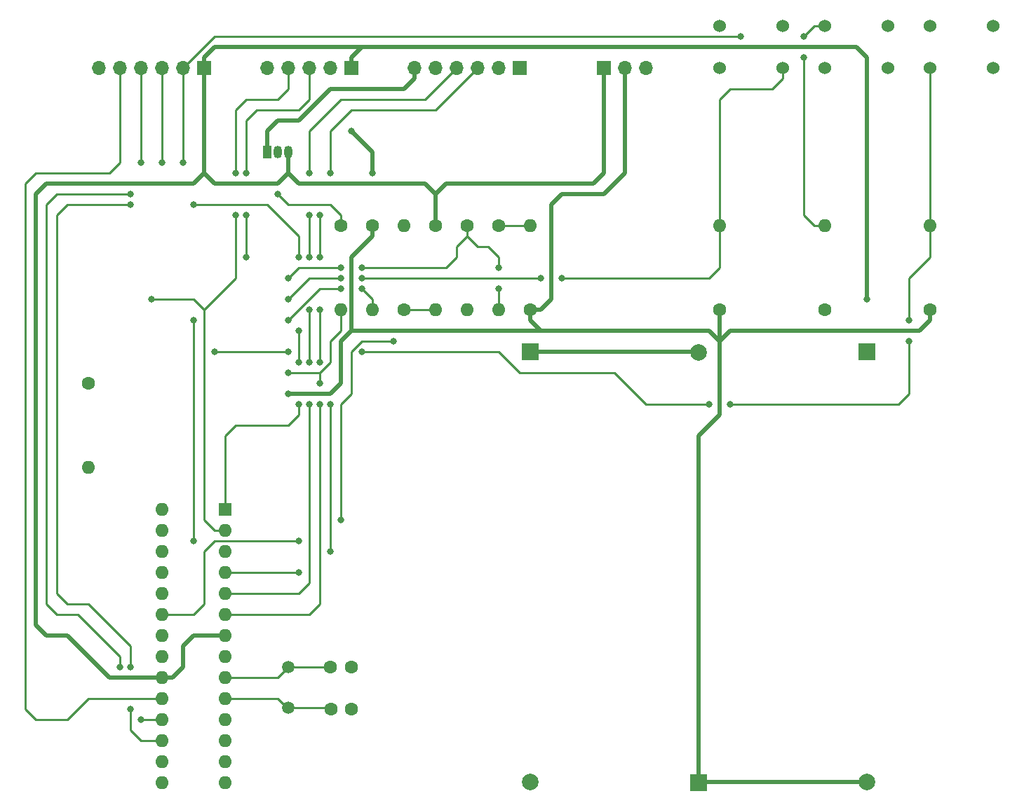
<source format=gbr>
%TF.GenerationSoftware,KiCad,Pcbnew,(5.1.9)-1*%
%TF.CreationDate,2021-03-08T13:05:12-05:00*%
%TF.ProjectId,eInk-picture-frame,65496e6b-2d70-4696-9374-7572652d6672,rev?*%
%TF.SameCoordinates,Original*%
%TF.FileFunction,Copper,L1,Top*%
%TF.FilePolarity,Positive*%
%FSLAX46Y46*%
G04 Gerber Fmt 4.6, Leading zero omitted, Abs format (unit mm)*
G04 Created by KiCad (PCBNEW (5.1.9)-1) date 2021-03-08 13:05:12*
%MOMM*%
%LPD*%
G01*
G04 APERTURE LIST*
%TA.AperFunction,ComponentPad*%
%ADD10O,1.700000X1.700000*%
%TD*%
%TA.AperFunction,ComponentPad*%
%ADD11R,1.700000X1.700000*%
%TD*%
%TA.AperFunction,ComponentPad*%
%ADD12C,1.500000*%
%TD*%
%TA.AperFunction,ComponentPad*%
%ADD13C,1.524000*%
%TD*%
%TA.AperFunction,ComponentPad*%
%ADD14O,1.600000X1.600000*%
%TD*%
%TA.AperFunction,ComponentPad*%
%ADD15R,1.600000X1.600000*%
%TD*%
%TA.AperFunction,ComponentPad*%
%ADD16C,1.600000*%
%TD*%
%TA.AperFunction,ComponentPad*%
%ADD17R,1.050000X1.500000*%
%TD*%
%TA.AperFunction,ComponentPad*%
%ADD18O,1.050000X1.500000*%
%TD*%
%TA.AperFunction,ComponentPad*%
%ADD19R,2.000000X2.000000*%
%TD*%
%TA.AperFunction,ComponentPad*%
%ADD20C,2.000000*%
%TD*%
%TA.AperFunction,ViaPad*%
%ADD21C,0.800000*%
%TD*%
%TA.AperFunction,Conductor*%
%ADD22C,0.500000*%
%TD*%
%TA.AperFunction,Conductor*%
%ADD23C,0.250000*%
%TD*%
G04 APERTURE END LIST*
D10*
%TO.P,J3,3*%
%TO.N,GND*%
X157480000Y-49530000D03*
%TO.P,J3,2*%
%TO.N,+3V3*%
X154940000Y-49530000D03*
D11*
%TO.P,J3,1*%
%TO.N,+5V*%
X152400000Y-49530000D03*
%TD*%
D12*
%TO.P,Y1,2*%
%TO.N,Net-(C2-Pad1)*%
X114300000Y-126820000D03*
%TO.P,Y1,1*%
%TO.N,Net-(C1-Pad1)*%
X114300000Y-121920000D03*
%TD*%
D13*
%TO.P,U6,4*%
%TO.N,Net-(U6-Pad4)*%
X186690000Y-44450000D03*
%TO.P,U6,3*%
%TO.N,GND*%
X186690000Y-49530000D03*
%TO.P,U6,2*%
%TO.N,Net-(R9-Pad2)*%
X179070000Y-44450000D03*
%TO.P,U6,1*%
%TO.N,328_RST*%
X179070000Y-49530000D03*
%TD*%
D14*
%TO.P,U5,28*%
%TO.N,Net-(U5-Pad28)*%
X99060000Y-102870000D03*
%TO.P,U5,14*%
%TO.N,Net-(U5-Pad14)*%
X106680000Y-135890000D03*
%TO.P,U5,27*%
%TO.N,Net-(U5-Pad27)*%
X99060000Y-105410000D03*
%TO.P,U5,13*%
%TO.N,Net-(U5-Pad13)*%
X106680000Y-133350000D03*
%TO.P,U5,26*%
%TO.N,Net-(U5-Pad26)*%
X99060000Y-107950000D03*
%TO.P,U5,12*%
%TO.N,Net-(U5-Pad12)*%
X106680000Y-130810000D03*
%TO.P,U5,25*%
%TO.N,Net-(U5-Pad25)*%
X99060000Y-110490000D03*
%TO.P,U5,11*%
%TO.N,Net-(U5-Pad11)*%
X106680000Y-128270000D03*
%TO.P,U5,24*%
%TO.N,Net-(U5-Pad24)*%
X99060000Y-113030000D03*
%TO.P,U5,10*%
%TO.N,Net-(C2-Pad1)*%
X106680000Y-125730000D03*
%TO.P,U5,23*%
%TO.N,Net-(R10-Pad2)*%
X99060000Y-115570000D03*
%TO.P,U5,9*%
%TO.N,Net-(C1-Pad1)*%
X106680000Y-123190000D03*
%TO.P,U5,22*%
%TO.N,GND*%
X99060000Y-118110000D03*
%TO.P,U5,8*%
X106680000Y-120650000D03*
%TO.P,U5,21*%
%TO.N,Net-(U5-Pad21)*%
X99060000Y-120650000D03*
%TO.P,U5,7*%
%TO.N,+5V*%
X106680000Y-118110000D03*
%TO.P,U5,20*%
X99060000Y-123190000D03*
%TO.P,U5,6*%
%TO.N,eInk_EN*%
X106680000Y-115570000D03*
%TO.P,U5,19*%
%TO.N,328_SCK*%
X99060000Y-125730000D03*
%TO.P,U5,5*%
%TO.N,eInk_DOUT*%
X106680000Y-113030000D03*
%TO.P,U5,18*%
%TO.N,328_MISO*%
X99060000Y-128270000D03*
%TO.P,U5,4*%
%TO.N,eInk_DIN*%
X106680000Y-110490000D03*
%TO.P,U5,17*%
%TO.N,328_MOSI*%
X99060000Y-130810000D03*
%TO.P,U5,3*%
%TO.N,328_TX*%
X106680000Y-107950000D03*
%TO.P,U5,16*%
%TO.N,Net-(U5-Pad16)*%
X99060000Y-133350000D03*
%TO.P,U5,2*%
%TO.N,328_RX*%
X106680000Y-105410000D03*
%TO.P,U5,15*%
%TO.N,Net-(U5-Pad15)*%
X99060000Y-135890000D03*
D15*
%TO.P,U5,1*%
%TO.N,328_RST*%
X106680000Y-102870000D03*
%TD*%
D10*
%TO.P,U4,6*%
%TO.N,Net-(Q1-Pad1)*%
X129540000Y-49530000D03*
%TO.P,U4,5*%
%TO.N,GND*%
X132080000Y-49530000D03*
%TO.P,U4,4*%
%TO.N,eInk_DOUT*%
X134620000Y-49530000D03*
%TO.P,U4,3*%
%TO.N,eInk_DIN*%
X137160000Y-49530000D03*
%TO.P,U4,2*%
%TO.N,Net-(U4-Pad2)*%
X139700000Y-49530000D03*
D11*
%TO.P,U4,1*%
%TO.N,Net-(U4-Pad1)*%
X142240000Y-49530000D03*
%TD*%
D13*
%TO.P,U2,4*%
%TO.N,GND*%
X166370000Y-49530000D03*
%TO.P,U2,3*%
%TO.N,Net-(U2-Pad3)*%
X166370000Y-44450000D03*
%TO.P,U2,2*%
%TO.N,Net-(R6-Pad2)*%
X173990000Y-49530000D03*
%TO.P,U2,1*%
%TO.N,Net-(U2-Pad1)*%
X173990000Y-44450000D03*
%TD*%
D14*
%TO.P,R11,2*%
%TO.N,GND*%
X128270000Y-68580000D03*
D16*
%TO.P,R11,1*%
%TO.N,Net-(R10-Pad2)*%
X128270000Y-78740000D03*
%TD*%
D14*
%TO.P,R10,2*%
%TO.N,Net-(R10-Pad2)*%
X132080000Y-78740000D03*
D16*
%TO.P,R10,1*%
%TO.N,+5V*%
X132080000Y-68580000D03*
%TD*%
D14*
%TO.P,R9,2*%
%TO.N,Net-(R9-Pad2)*%
X179070000Y-68580000D03*
D16*
%TO.P,R9,1*%
%TO.N,+5V*%
X179070000Y-78740000D03*
%TD*%
D14*
%TO.P,R8,2*%
%TO.N,eInk_EN*%
X120650000Y-78740000D03*
D16*
%TO.P,R8,1*%
%TO.N,Net-(Q1-Pad2)*%
X120650000Y-68580000D03*
%TD*%
D14*
%TO.P,R7,2*%
%TO.N,ESP_WAKE*%
X124460000Y-78740000D03*
D16*
%TO.P,R7,1*%
%TO.N,+3V3*%
X124460000Y-68580000D03*
%TD*%
D14*
%TO.P,R6,2*%
%TO.N,Net-(R6-Pad2)*%
X166370000Y-68580000D03*
D16*
%TO.P,R6,1*%
%TO.N,+3V3*%
X166370000Y-78740000D03*
%TD*%
D14*
%TO.P,R5,2*%
%TO.N,GND*%
X135890000Y-78740000D03*
D16*
%TO.P,R5,1*%
%TO.N,Net-(R4-Pad2)*%
X135890000Y-68580000D03*
%TD*%
D14*
%TO.P,R4,2*%
%TO.N,Net-(R4-Pad2)*%
X139700000Y-78740000D03*
D16*
%TO.P,R4,1*%
%TO.N,Net-(R1-Pad2)*%
X139700000Y-68580000D03*
%TD*%
D14*
%TO.P,R1,2*%
%TO.N,Net-(R1-Pad2)*%
X143510000Y-68580000D03*
D16*
%TO.P,R1,1*%
%TO.N,+3V3*%
X143510000Y-78740000D03*
%TD*%
D10*
%TO.P,J2,6*%
%TO.N,GND*%
X91440000Y-49530000D03*
%TO.P,J2,5*%
%TO.N,328_SCK*%
X93980000Y-49530000D03*
%TO.P,J2,4*%
%TO.N,328_MISO*%
X96520000Y-49530000D03*
%TO.P,J2,3*%
%TO.N,328_MOSI*%
X99060000Y-49530000D03*
%TO.P,J2,2*%
%TO.N,328_RST*%
X101600000Y-49530000D03*
D11*
%TO.P,J2,1*%
%TO.N,+5V*%
X104140000Y-49530000D03*
%TD*%
D10*
%TO.P,J1,5*%
%TO.N,GND*%
X111760000Y-49530000D03*
%TO.P,J1,4*%
%TO.N,328_RX*%
X114300000Y-49530000D03*
%TO.P,J1,3*%
%TO.N,328_TX*%
X116840000Y-49530000D03*
%TO.P,J1,2*%
%TO.N,+3V3*%
X119380000Y-49530000D03*
D11*
%TO.P,J1,1*%
%TO.N,+5V*%
X121920000Y-49530000D03*
%TD*%
D16*
%TO.P,C2,2*%
%TO.N,GND*%
X121920000Y-127000000D03*
%TO.P,C2,1*%
%TO.N,Net-(C2-Pad1)*%
X119420000Y-127000000D03*
%TD*%
%TO.P,C1,2*%
%TO.N,GND*%
X121880000Y-121920000D03*
%TO.P,C1,1*%
%TO.N,Net-(C1-Pad1)*%
X119380000Y-121920000D03*
%TD*%
D13*
%TO.P,U3,4*%
%TO.N,Net-(U3-Pad4)*%
X199390000Y-44450000D03*
%TO.P,U3,3*%
%TO.N,GND*%
X199390000Y-49530000D03*
%TO.P,U3,2*%
%TO.N,Net-(U3-Pad2)*%
X191770000Y-44450000D03*
%TO.P,U3,1*%
%TO.N,Net-(R2-Pad2)*%
X191770000Y-49530000D03*
%TD*%
D14*
%TO.P,R3,2*%
%TO.N,GND*%
X90170000Y-97790000D03*
D16*
%TO.P,R3,1*%
%TO.N,Net-(R3-Pad1)*%
X90170000Y-87630000D03*
%TD*%
D14*
%TO.P,R2,2*%
%TO.N,Net-(R2-Pad2)*%
X191770000Y-68580000D03*
D16*
%TO.P,R2,1*%
%TO.N,+3V3*%
X191770000Y-78740000D03*
%TD*%
D17*
%TO.P,Q1,1*%
%TO.N,Net-(Q1-Pad1)*%
X111760000Y-59690000D03*
D18*
%TO.P,Q1,3*%
%TO.N,+5V*%
X114300000Y-59690000D03*
%TO.P,Q1,2*%
%TO.N,Net-(Q1-Pad2)*%
X113030000Y-59690000D03*
%TD*%
D19*
%TO.P,BT3,1*%
%TO.N,Net-(BT2-Pad2)*%
X143510000Y-83820000D03*
D20*
%TO.P,BT3,2*%
%TO.N,GND*%
X143510000Y-135810000D03*
%TD*%
%TO.P,BT2,2*%
%TO.N,Net-(BT2-Pad2)*%
X163830000Y-83900000D03*
D19*
%TO.P,BT2,1*%
%TO.N,+3V3*%
X163830000Y-135890000D03*
%TD*%
%TO.P,BT1,1*%
%TO.N,+5V*%
X184150000Y-83820000D03*
D20*
%TO.P,BT1,2*%
%TO.N,+3V3*%
X184150000Y-135810000D03*
%TD*%
D21*
%TO.N,Net-(Q1-Pad2)*%
X113030000Y-64770000D03*
%TO.N,Net-(R2-Pad2)*%
X105410000Y-83820000D03*
X114300000Y-83820000D03*
X123190000Y-83820000D03*
X165100000Y-90170000D03*
X167640000Y-90170000D03*
X189230000Y-82550000D03*
X189230000Y-80010000D03*
%TO.N,+5V*%
X184150000Y-77470000D03*
%TO.N,+3V3*%
X114300000Y-88900000D03*
X124460000Y-62230000D03*
X121920000Y-57150000D03*
%TO.N,328_RX*%
X97790000Y-77470000D03*
X107950000Y-62230000D03*
X107950000Y-67310000D03*
%TO.N,328_TX*%
X102870000Y-106680000D03*
X102870000Y-80010000D03*
X109220000Y-62230000D03*
X109220000Y-67310000D03*
X109220000Y-72390000D03*
%TO.N,328_MISO*%
X96520000Y-60960000D03*
X95250000Y-64770000D03*
X93980000Y-121920000D03*
X96520000Y-128270000D03*
%TO.N,328_MOSI*%
X99060000Y-60960000D03*
X95250000Y-66040000D03*
X95250000Y-121920000D03*
X95250000Y-127000000D03*
%TO.N,328_RST*%
X101600000Y-60960000D03*
X102870000Y-66040000D03*
X115570000Y-72390000D03*
X115570000Y-81280000D03*
X115570000Y-85090000D03*
X115570000Y-90170000D03*
X168910000Y-45720000D03*
%TO.N,Net-(R4-Pad2)*%
X114300000Y-74930000D03*
X139700000Y-76200000D03*
X139700000Y-73660000D03*
X120650000Y-73660000D03*
X123190000Y-73660000D03*
%TO.N,Net-(R6-Pad2)*%
X114300000Y-77470000D03*
X120650000Y-74930000D03*
X123190000Y-74930000D03*
X144780000Y-74930000D03*
X147320000Y-74930000D03*
%TO.N,ESP_WAKE*%
X114300000Y-80010000D03*
X120650000Y-76200000D03*
X123190000Y-76200000D03*
%TO.N,eInk_EN*%
X114300000Y-86360000D03*
X118110000Y-90170000D03*
X118110000Y-87630000D03*
%TO.N,Net-(R9-Pad2)*%
X176530000Y-45720000D03*
X176530000Y-48260000D03*
%TO.N,Net-(R10-Pad2)*%
X127000000Y-82550000D03*
X120650000Y-104140000D03*
X115570000Y-106680000D03*
%TO.N,eInk_DOUT*%
X116840000Y-90170000D03*
X116840000Y-85090000D03*
X116840000Y-78740000D03*
X116840000Y-72390000D03*
X116840000Y-67310000D03*
X116840000Y-62230000D03*
%TO.N,eInk_DIN*%
X119380000Y-62230000D03*
X118110000Y-67310000D03*
X118110000Y-72390000D03*
X118110000Y-78740000D03*
X118110000Y-85090000D03*
X119380000Y-90170000D03*
X119380000Y-107950000D03*
X115570000Y-110490000D03*
%TD*%
D22*
%TO.N,Net-(BT2-Pad2)*%
X143510000Y-83820000D02*
X163830000Y-83820000D01*
%TO.N,Net-(Q1-Pad1)*%
X111760000Y-59690000D02*
X111760000Y-57150000D01*
X111760000Y-57150000D02*
X113030000Y-55880000D01*
X113030000Y-55880000D02*
X115570000Y-55880000D01*
X115570000Y-55880000D02*
X119380000Y-52070000D01*
X119380000Y-52070000D02*
X124460000Y-52070000D01*
X124460000Y-52070000D02*
X128270000Y-52070000D01*
X128270000Y-52070000D02*
X129540000Y-50800000D01*
X129540000Y-49530000D02*
X129540000Y-50800000D01*
D23*
%TO.N,Net-(Q1-Pad2)*%
X113030000Y-64770000D02*
X114300000Y-66040000D01*
X114300000Y-66040000D02*
X119380000Y-66040000D01*
X119380000Y-66040000D02*
X120650000Y-67310000D01*
X120650000Y-67310000D02*
X120650000Y-68580000D01*
%TO.N,Net-(R1-Pad2)*%
X139700000Y-68580000D02*
X143510000Y-68580000D01*
%TO.N,Net-(R2-Pad2)*%
X191770000Y-49530000D02*
X191770000Y-68580000D01*
X105410000Y-83820000D02*
X114300000Y-83820000D01*
X139700000Y-83820000D02*
X123190000Y-83820000D01*
X157480000Y-90170000D02*
X153670000Y-86360000D01*
X142240000Y-86360000D02*
X139700000Y-83820000D01*
X165100000Y-90170000D02*
X157480000Y-90170000D01*
X153670000Y-86360000D02*
X142240000Y-86360000D01*
X187960000Y-90170000D02*
X167640000Y-90170000D01*
X189230000Y-88900000D02*
X187960000Y-90170000D01*
X189230000Y-82550000D02*
X189230000Y-88900000D01*
X191770000Y-72390000D02*
X191770000Y-68580000D01*
X189230000Y-74930000D02*
X191770000Y-72390000D01*
X189230000Y-80010000D02*
X189230000Y-74930000D01*
D22*
%TO.N,+5V*%
X104140000Y-49530000D02*
X104140000Y-48260000D01*
X104140000Y-48260000D02*
X105410000Y-46990000D01*
X104140000Y-49530000D02*
X104140000Y-62230000D01*
X104140000Y-62230000D02*
X105410000Y-63500000D01*
X105410000Y-63500000D02*
X113030000Y-63500000D01*
X113030000Y-63500000D02*
X114300000Y-62230000D01*
X114300000Y-62230000D02*
X114300000Y-59690000D01*
X132080000Y-68580000D02*
X132080000Y-64770000D01*
X132080000Y-64770000D02*
X130810000Y-63500000D01*
X130810000Y-63500000D02*
X115570000Y-63500000D01*
X115570000Y-63500000D02*
X114300000Y-62230000D01*
X99060000Y-123190000D02*
X100330000Y-123190000D01*
X100330000Y-123190000D02*
X101600000Y-121920000D01*
X101600000Y-121920000D02*
X101600000Y-119380000D01*
X101600000Y-119380000D02*
X102870000Y-118110000D01*
X102870000Y-118110000D02*
X106680000Y-118110000D01*
X102870000Y-63500000D02*
X104140000Y-62230000D01*
X85090000Y-63500000D02*
X102870000Y-63500000D01*
X83820000Y-64770000D02*
X85090000Y-63500000D01*
X85090000Y-118110000D02*
X83820000Y-116840000D01*
X87630000Y-118110000D02*
X85090000Y-118110000D01*
X92710000Y-123190000D02*
X87630000Y-118110000D01*
X83820000Y-116840000D02*
X83820000Y-64770000D01*
X99060000Y-123190000D02*
X92710000Y-123190000D01*
X121920000Y-48260000D02*
X123190000Y-46990000D01*
X121920000Y-49530000D02*
X121920000Y-48260000D01*
X105410000Y-46990000D02*
X123190000Y-46990000D01*
X184150000Y-48260000D02*
X184150000Y-77470000D01*
X182880000Y-46990000D02*
X184150000Y-48260000D01*
X123190000Y-46990000D02*
X182880000Y-46990000D01*
X132080000Y-64770000D02*
X133350000Y-63500000D01*
X133350000Y-63500000D02*
X151130000Y-63500000D01*
X151130000Y-63500000D02*
X152400000Y-62230000D01*
X152400000Y-62230000D02*
X152400000Y-49530000D01*
%TO.N,+3V3*%
X184150000Y-135810000D02*
X163910000Y-135810000D01*
X163910000Y-135810000D02*
X163830000Y-135890000D01*
X163830000Y-135890000D02*
X163830000Y-134390000D01*
X163830000Y-134390000D02*
X163830000Y-93980000D01*
X163830000Y-93980000D02*
X166370000Y-91440000D01*
X167640000Y-81280000D02*
X166370000Y-82550000D01*
X190500000Y-81280000D02*
X167640000Y-81280000D01*
X191770000Y-78740000D02*
X191770000Y-80010000D01*
X191770000Y-80010000D02*
X190500000Y-81280000D01*
X166370000Y-82550000D02*
X166370000Y-78740000D01*
X166370000Y-91440000D02*
X166370000Y-82550000D01*
X166370000Y-82550000D02*
X165100000Y-81280000D01*
X144780000Y-81280000D02*
X143510000Y-80010000D01*
X143510000Y-80010000D02*
X143510000Y-78740000D01*
X144780000Y-81280000D02*
X143239998Y-81280000D01*
X143239998Y-81280000D02*
X121920000Y-81280000D01*
X121920000Y-81280000D02*
X120650000Y-82550000D01*
X120650000Y-82550000D02*
X120650000Y-87630000D01*
X120650000Y-87630000D02*
X119380000Y-88900000D01*
X119380000Y-88900000D02*
X115570000Y-88900000D01*
X115570000Y-88900000D02*
X114300000Y-88900000D01*
X114300000Y-88900000D02*
X114300000Y-88900000D01*
X147320000Y-81280000D02*
X144780000Y-81280000D01*
X165100000Y-81280000D02*
X147320000Y-81280000D01*
X121920000Y-81280000D02*
X121920000Y-72390000D01*
X121920000Y-72390000D02*
X124460000Y-69850000D01*
X124460000Y-69850000D02*
X124460000Y-68580000D01*
X124460000Y-62230000D02*
X124460000Y-59690000D01*
X124460000Y-59690000D02*
X121920000Y-57150000D01*
X143510000Y-78740000D02*
X144780000Y-78740000D01*
X144780000Y-78740000D02*
X146050000Y-77470000D01*
X146050000Y-77470000D02*
X146050000Y-66040000D01*
X146050000Y-66040000D02*
X147320000Y-64770000D01*
X147320000Y-64770000D02*
X152400000Y-64770000D01*
X152400000Y-64770000D02*
X154940000Y-62230000D01*
X154940000Y-62230000D02*
X154940000Y-49530000D01*
D23*
%TO.N,Net-(C1-Pad1)*%
X106680000Y-123190000D02*
X113030000Y-123190000D01*
X113030000Y-123190000D02*
X114300000Y-121920000D01*
X114300000Y-121920000D02*
X119380000Y-121920000D01*
%TO.N,Net-(C2-Pad1)*%
X106680000Y-125730000D02*
X113030000Y-125730000D01*
X113030000Y-125730000D02*
X114300000Y-127000000D01*
X114300000Y-126820000D02*
X119200000Y-126820000D01*
X119200000Y-126820000D02*
X119380000Y-127000000D01*
%TO.N,328_RX*%
X97790000Y-77470000D02*
X102870000Y-77470000D01*
X102870000Y-77470000D02*
X104140000Y-78740000D01*
X104140000Y-78740000D02*
X104140000Y-80010000D01*
X104140000Y-80010000D02*
X104140000Y-104140000D01*
X104140000Y-104140000D02*
X105410000Y-105410000D01*
X105410000Y-105410000D02*
X106680000Y-105410000D01*
X107950000Y-54610000D02*
X107950000Y-62230000D01*
X107950000Y-67310000D02*
X107950000Y-74930000D01*
X107950000Y-74930000D02*
X104140000Y-78740000D01*
X107950000Y-54610000D02*
X109220000Y-53340000D01*
X109220000Y-53340000D02*
X113030000Y-53340000D01*
X113030000Y-53340000D02*
X114300000Y-52070000D01*
X114300000Y-52070000D02*
X114300000Y-49530000D01*
%TO.N,328_TX*%
X102870000Y-106680000D02*
X102870000Y-80010000D01*
X109220000Y-55880000D02*
X109220000Y-62230000D01*
X109220000Y-67310000D02*
X109220000Y-72390000D01*
X109220000Y-55880000D02*
X110490000Y-54610000D01*
X110490000Y-54610000D02*
X115570000Y-54610000D01*
X115570000Y-54610000D02*
X116840000Y-53340000D01*
X116840000Y-53340000D02*
X116840000Y-49530000D01*
%TO.N,328_SCK*%
X93980000Y-49530000D02*
X93980000Y-60960000D01*
X93980000Y-60960000D02*
X92710000Y-62230000D01*
X92710000Y-62230000D02*
X88900000Y-62230000D01*
X88900000Y-62230000D02*
X83820000Y-62230000D01*
X83820000Y-62230000D02*
X82550000Y-63500000D01*
X82550000Y-63500000D02*
X82550000Y-77470000D01*
X82550000Y-77470000D02*
X82550000Y-127000000D01*
X82550000Y-127000000D02*
X83820000Y-128270000D01*
X99060000Y-125730000D02*
X90170000Y-125730000D01*
X90170000Y-125730000D02*
X87630000Y-128270000D01*
X87630000Y-128270000D02*
X83820000Y-128270000D01*
%TO.N,328_MISO*%
X96520000Y-49530000D02*
X96520000Y-60960000D01*
X95250000Y-64770000D02*
X86360000Y-64770000D01*
X86360000Y-64770000D02*
X85090000Y-66040000D01*
X85090000Y-66040000D02*
X85090000Y-82550000D01*
X85090000Y-82550000D02*
X85090000Y-114300000D01*
X85090000Y-114300000D02*
X86360000Y-115570000D01*
X93980000Y-121920000D02*
X93980000Y-120650000D01*
X93980000Y-120650000D02*
X88900000Y-115570000D01*
X88900000Y-115570000D02*
X86360000Y-115570000D01*
X99060000Y-128270000D02*
X96520000Y-128270000D01*
%TO.N,328_MOSI*%
X99060000Y-49530000D02*
X99060000Y-60960000D01*
X95250000Y-66040000D02*
X87630000Y-66040000D01*
X87630000Y-66040000D02*
X86360000Y-67310000D01*
X86360000Y-67310000D02*
X86360000Y-71120000D01*
X86360000Y-71120000D02*
X86360000Y-83235000D01*
X86360000Y-83235000D02*
X86360000Y-113030000D01*
X86360000Y-113030000D02*
X87630000Y-114300000D01*
X87630000Y-114300000D02*
X90170000Y-114300000D01*
X90170000Y-114300000D02*
X95250000Y-119380000D01*
X95250000Y-119380000D02*
X95250000Y-121920000D01*
X97790000Y-130810000D02*
X99060000Y-130810000D01*
X96520000Y-130810000D02*
X97790000Y-130810000D01*
X95250000Y-129540000D02*
X96520000Y-130810000D01*
X95250000Y-127000000D02*
X95250000Y-129540000D01*
%TO.N,328_RST*%
X101600000Y-49530000D02*
X101600000Y-60960000D01*
X102870000Y-66040000D02*
X111760000Y-66040000D01*
X111760000Y-66040000D02*
X113030000Y-67310000D01*
X113030000Y-67310000D02*
X115570000Y-69850000D01*
X115570000Y-69850000D02*
X115570000Y-72390000D01*
X115570000Y-81280000D02*
X115570000Y-85090000D01*
X115570000Y-90170000D02*
X115570000Y-91440000D01*
X115570000Y-91440000D02*
X114300000Y-92710000D01*
X114300000Y-92710000D02*
X107950000Y-92710000D01*
X107950000Y-92710000D02*
X106680000Y-93980000D01*
X106680000Y-93980000D02*
X106680000Y-102870000D01*
X101600000Y-49530000D02*
X105410000Y-45720000D01*
X105410000Y-45720000D02*
X106680000Y-45720000D01*
X106680000Y-45720000D02*
X111760000Y-45720000D01*
X111760000Y-45720000D02*
X168910000Y-45720000D01*
%TO.N,Net-(R4-Pad2)*%
X139700000Y-78740000D02*
X139700000Y-76200000D01*
X139700000Y-73660000D02*
X139700000Y-72390000D01*
X139700000Y-72390000D02*
X138430000Y-71120000D01*
X138430000Y-71120000D02*
X137160000Y-71120000D01*
X137160000Y-71120000D02*
X135890000Y-69850000D01*
X135890000Y-69850000D02*
X135890000Y-68580000D01*
X115570000Y-73660000D02*
X114300000Y-74930000D01*
X120650000Y-73660000D02*
X115570000Y-73660000D01*
X123190000Y-73660000D02*
X124460000Y-73660000D01*
X124460000Y-73660000D02*
X133350000Y-73660000D01*
X133350000Y-73660000D02*
X134620000Y-72390000D01*
X134620000Y-72390000D02*
X134620000Y-71120000D01*
X134620000Y-71120000D02*
X135890000Y-69850000D01*
%TO.N,Net-(R6-Pad2)*%
X114300000Y-77470000D02*
X116840000Y-74930000D01*
X116840000Y-74930000D02*
X120650000Y-74930000D01*
X120650000Y-74930000D02*
X120650000Y-74930000D01*
X166370000Y-68580000D02*
X166370000Y-53340000D01*
X166370000Y-53340000D02*
X167640000Y-52070000D01*
X167640000Y-52070000D02*
X172720000Y-52070000D01*
X172720000Y-52070000D02*
X173990000Y-50800000D01*
X173990000Y-50800000D02*
X173990000Y-49530000D01*
X123190000Y-74930000D02*
X144780000Y-74930000D01*
X166370000Y-73660000D02*
X166370000Y-68580000D01*
X165100000Y-74930000D02*
X166370000Y-73660000D01*
X147320000Y-74930000D02*
X165100000Y-74930000D01*
%TO.N,ESP_WAKE*%
X114300000Y-80010000D02*
X118110000Y-76200000D01*
X118110000Y-76200000D02*
X120650000Y-76200000D01*
X120650000Y-76200000D02*
X120650000Y-76200000D01*
X123190000Y-76200000D02*
X124460000Y-77470000D01*
X124460000Y-77470000D02*
X124460000Y-78740000D01*
%TO.N,eInk_EN*%
X114300000Y-86360000D02*
X118110000Y-86360000D01*
X118110000Y-86360000D02*
X119380000Y-85090000D01*
X119380000Y-85090000D02*
X119380000Y-82550000D01*
X119380000Y-82550000D02*
X120650000Y-81280000D01*
X120650000Y-81280000D02*
X120650000Y-78740000D01*
X106680000Y-115570000D02*
X116840000Y-115570000D01*
X116840000Y-115570000D02*
X118110000Y-114300000D01*
X118110000Y-114300000D02*
X118110000Y-90170000D01*
X118110000Y-87630000D02*
X118110000Y-86360000D01*
%TO.N,Net-(R9-Pad2)*%
X179070000Y-44450000D02*
X177800000Y-44450000D01*
X177800000Y-44450000D02*
X176530000Y-45720000D01*
X176530000Y-48260000D02*
X176530000Y-48825685D01*
X176530000Y-48825685D02*
X176530000Y-50800000D01*
X176530000Y-50800000D02*
X176530000Y-67310000D01*
X176530000Y-67310000D02*
X177800000Y-68580000D01*
X177800000Y-68580000D02*
X179070000Y-68580000D01*
%TO.N,Net-(R10-Pad2)*%
X128270000Y-78740000D02*
X132080000Y-78740000D01*
X127000000Y-82550000D02*
X123190000Y-82550000D01*
X123190000Y-82550000D02*
X121920000Y-83820000D01*
X121920000Y-83820000D02*
X121920000Y-88900000D01*
X121920000Y-88900000D02*
X120650000Y-90170000D01*
X120650000Y-90170000D02*
X120650000Y-99060000D01*
X120650000Y-99060000D02*
X120650000Y-104140000D01*
X115570000Y-106680000D02*
X106284998Y-106680000D01*
X106284998Y-106680000D02*
X105410000Y-106680000D01*
X105410000Y-106680000D02*
X104140000Y-107950000D01*
X104140000Y-107950000D02*
X104140000Y-114300000D01*
X104140000Y-114300000D02*
X102870000Y-115570000D01*
X102870000Y-115570000D02*
X99060000Y-115570000D01*
%TO.N,eInk_DOUT*%
X106680000Y-113030000D02*
X115570000Y-113030000D01*
X115570000Y-113030000D02*
X116840000Y-111760000D01*
X116840000Y-111760000D02*
X116840000Y-109220000D01*
X116840000Y-109220000D02*
X116840000Y-90170000D01*
X116840000Y-85090000D02*
X116840000Y-78740000D01*
X116840000Y-72390000D02*
X116840000Y-67310000D01*
X134620000Y-49530000D02*
X130810000Y-53340000D01*
X130810000Y-53340000D02*
X120650000Y-53340000D01*
X120650000Y-53340000D02*
X116840000Y-57150000D01*
X116840000Y-57150000D02*
X116840000Y-62230000D01*
%TO.N,eInk_DIN*%
X118110000Y-67310000D02*
X118110000Y-72390000D01*
X118110000Y-78740000D02*
X118110000Y-85090000D01*
X119380000Y-90170000D02*
X119380000Y-107950000D01*
X115570000Y-110490000D02*
X106680000Y-110490000D01*
X119380000Y-57150000D02*
X119380000Y-62230000D01*
X121920000Y-54610000D02*
X119380000Y-57150000D01*
X132080000Y-54610000D02*
X121920000Y-54610000D01*
X137160000Y-49530000D02*
X132080000Y-54610000D01*
%TD*%
M02*

</source>
